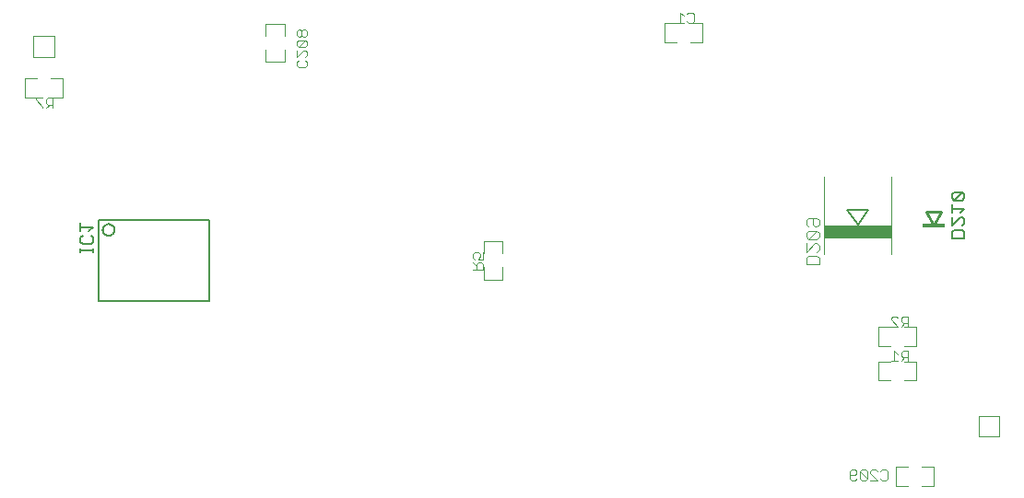
<source format=gbl>
G75*
G70*
%OFA0B0*%
%FSLAX24Y24*%
%IPPOS*%
%LPD*%
%AMOC8*
5,1,8,0,0,1.08239X$1,22.5*
%
%ADD10C,0.0030*%
%ADD11C,0.0100*%
%ADD12R,0.0827X0.0118*%
%ADD13C,0.0050*%
%ADD14C,0.0040*%
%ADD15C,0.0080*%
%ADD16R,0.2441X0.0492*%
%ADD17C,0.0020*%
%ADD18C,0.0060*%
D10*
X019992Y009339D02*
X020363Y009339D01*
X020363Y009524D01*
X020301Y009586D01*
X020177Y009586D01*
X020116Y009524D01*
X020116Y009339D01*
X020116Y009463D02*
X019992Y009586D01*
X020054Y009708D02*
X019992Y009769D01*
X019992Y009893D01*
X020054Y009954D01*
X020177Y009954D01*
X020239Y009893D01*
X020239Y009831D01*
X020177Y009708D01*
X020363Y009708D01*
X020363Y009954D01*
X020378Y009917D02*
X020378Y010355D01*
X021065Y010355D01*
X021065Y009917D01*
X021065Y009417D02*
X021065Y008980D01*
X020378Y008980D01*
X020378Y009417D01*
X034659Y007261D02*
X034659Y006573D01*
X035097Y006573D01*
X035234Y006397D02*
X035234Y006027D01*
X035357Y006027D02*
X035110Y006027D01*
X035097Y006011D02*
X034659Y006011D01*
X034659Y005323D01*
X035097Y005323D01*
X035597Y005323D02*
X036034Y005323D01*
X036034Y006011D01*
X035597Y006011D01*
X035479Y006027D02*
X035602Y006150D01*
X035540Y006150D02*
X035725Y006150D01*
X035725Y006027D02*
X035725Y006397D01*
X035540Y006397D01*
X035479Y006335D01*
X035479Y006212D01*
X035540Y006150D01*
X035357Y006273D02*
X035234Y006397D01*
X035597Y006573D02*
X036034Y006573D01*
X036034Y007261D01*
X035597Y007261D01*
X035479Y007277D02*
X035602Y007400D01*
X035540Y007400D02*
X035725Y007400D01*
X035725Y007277D02*
X035725Y007647D01*
X035540Y007647D01*
X035479Y007585D01*
X035479Y007462D01*
X035540Y007400D01*
X035357Y007277D02*
X035110Y007277D01*
X035097Y007261D02*
X034659Y007261D01*
X035110Y007524D02*
X035110Y007585D01*
X035172Y007647D01*
X035295Y007647D01*
X035357Y007585D01*
X035110Y007524D02*
X035357Y007277D01*
X035284Y002198D02*
X035284Y001511D01*
X035722Y001511D01*
X036222Y001511D02*
X036659Y001511D01*
X036659Y002198D01*
X036222Y002198D01*
X035722Y002198D02*
X035284Y002198D01*
X034975Y002023D02*
X034975Y001776D01*
X034914Y001714D01*
X034790Y001714D01*
X034729Y001776D01*
X034607Y001714D02*
X034360Y001714D01*
X034239Y001776D02*
X034177Y001714D01*
X034054Y001714D01*
X033992Y001776D01*
X033992Y002023D01*
X034239Y001776D01*
X034239Y002023D01*
X034177Y002084D01*
X034054Y002084D01*
X033992Y002023D01*
X033870Y002023D02*
X033870Y001961D01*
X033809Y001899D01*
X033624Y001899D01*
X033624Y001776D02*
X033624Y002023D01*
X033685Y002084D01*
X033809Y002084D01*
X033870Y002023D01*
X033870Y001776D02*
X033809Y001714D01*
X033685Y001714D01*
X033624Y001776D01*
X034360Y001961D02*
X034360Y002023D01*
X034422Y002084D01*
X034545Y002084D01*
X034607Y002023D01*
X034729Y002023D02*
X034790Y002084D01*
X034914Y002084D01*
X034975Y002023D01*
X034607Y001714D02*
X034360Y001961D01*
X005159Y015573D02*
X005159Y016261D01*
X004722Y016261D01*
X004222Y016261D02*
X003784Y016261D01*
X003784Y015573D01*
X004222Y015573D01*
X004184Y015558D02*
X004184Y015496D01*
X004431Y015249D01*
X004431Y015188D01*
X004553Y015188D02*
X004676Y015311D01*
X004614Y015311D02*
X004800Y015311D01*
X004800Y015188D02*
X004800Y015558D01*
X004614Y015558D01*
X004553Y015496D01*
X004553Y015373D01*
X004614Y015311D01*
X004722Y015573D02*
X005159Y015573D01*
X004431Y015558D02*
X004184Y015558D01*
X012503Y016855D02*
X013190Y016855D01*
X013190Y017292D01*
X013617Y017280D02*
X013617Y017033D01*
X013864Y017280D01*
X013926Y017280D01*
X013988Y017219D01*
X013988Y017095D01*
X013926Y017033D01*
X013926Y016912D02*
X013988Y016850D01*
X013988Y016727D01*
X013926Y016665D01*
X013679Y016665D01*
X013617Y016727D01*
X013617Y016850D01*
X013679Y016912D01*
X013679Y017402D02*
X013617Y017463D01*
X013617Y017587D01*
X013679Y017649D01*
X013926Y017649D01*
X013679Y017402D01*
X013926Y017402D01*
X013988Y017463D01*
X013988Y017587D01*
X013926Y017649D01*
X013926Y017770D02*
X013864Y017770D01*
X013802Y017832D01*
X013802Y017955D01*
X013741Y018017D01*
X013679Y018017D01*
X013617Y017955D01*
X013617Y017832D01*
X013679Y017770D01*
X013741Y017770D01*
X013802Y017832D01*
X013802Y017955D02*
X013864Y018017D01*
X013926Y018017D01*
X013988Y017955D01*
X013988Y017832D01*
X013926Y017770D01*
X013190Y017792D02*
X013190Y018230D01*
X012503Y018230D01*
X012503Y017792D01*
X012503Y017292D02*
X012503Y016855D01*
X026909Y017573D02*
X027347Y017573D01*
X026909Y017573D02*
X026909Y018261D01*
X027347Y018261D01*
X027360Y018277D02*
X027607Y018277D01*
X027484Y018277D02*
X027484Y018647D01*
X027607Y018524D01*
X027729Y018585D02*
X027790Y018647D01*
X027914Y018647D01*
X027975Y018585D01*
X027975Y018338D01*
X027914Y018277D01*
X027790Y018277D01*
X027729Y018338D01*
X027847Y018261D02*
X028284Y018261D01*
X028284Y017573D01*
X027847Y017573D01*
D11*
X036384Y011437D02*
X036659Y010945D01*
X036935Y011437D01*
X036384Y011437D01*
D12*
X036659Y010925D03*
D13*
X037312Y010926D02*
X037612Y011226D01*
X037687Y011226D01*
X037762Y011151D01*
X037762Y011001D01*
X037687Y010926D01*
X037687Y010766D02*
X037387Y010766D01*
X037312Y010690D01*
X037312Y010465D01*
X037762Y010465D01*
X037762Y010690D01*
X037687Y010766D01*
X037312Y010926D02*
X037312Y011226D01*
X037312Y011386D02*
X037312Y011686D01*
X037312Y011536D02*
X037762Y011536D01*
X037612Y011386D01*
X037687Y011846D02*
X037387Y011846D01*
X037687Y012147D01*
X037387Y012147D01*
X037312Y012072D01*
X037312Y011921D01*
X037387Y011846D01*
X037687Y011846D02*
X037762Y011921D01*
X037762Y012072D01*
X037687Y012147D01*
X006247Y010882D02*
X005797Y010882D01*
X005797Y010732D02*
X005797Y011032D01*
X006097Y010732D02*
X006247Y010882D01*
X006172Y010572D02*
X006247Y010497D01*
X006247Y010346D01*
X006172Y010271D01*
X005872Y010271D01*
X005797Y010346D01*
X005797Y010497D01*
X005872Y010572D01*
X005797Y010115D02*
X005797Y009964D01*
X005797Y010040D02*
X006247Y010040D01*
X006247Y010115D02*
X006247Y009964D01*
D14*
X032044Y009980D02*
X032351Y010287D01*
X032428Y010287D01*
X032505Y010210D01*
X032505Y010057D01*
X032428Y009980D01*
X032428Y009827D02*
X032505Y009750D01*
X032505Y009520D01*
X032044Y009520D01*
X032044Y009750D01*
X032121Y009827D01*
X032428Y009827D01*
X032687Y009890D02*
X032687Y012694D01*
X035132Y012694D02*
X035132Y009890D01*
X032505Y010517D02*
X032505Y010671D01*
X032428Y010748D01*
X032121Y010441D01*
X032044Y010517D01*
X032044Y010671D01*
X032121Y010748D01*
X032428Y010748D01*
X032428Y010901D02*
X032351Y010901D01*
X032274Y010978D01*
X032274Y011208D01*
X032121Y011208D02*
X032428Y011208D01*
X032505Y011131D01*
X032505Y010978D01*
X032428Y010901D01*
X032121Y010901D02*
X032044Y010978D01*
X032044Y011131D01*
X032121Y011208D01*
X032505Y010517D02*
X032428Y010441D01*
X032121Y010441D01*
X032044Y010287D02*
X032044Y009980D01*
D15*
X033909Y010965D02*
X033515Y011506D01*
X034303Y011506D01*
X033909Y010965D01*
D16*
X033909Y010711D03*
D17*
X038284Y004042D02*
X039034Y004042D01*
X039034Y003292D01*
X038284Y003292D01*
X038284Y004042D01*
X004847Y017042D02*
X004847Y017792D01*
X004097Y017792D01*
X004097Y017042D01*
X004847Y017042D01*
D18*
X006452Y011127D02*
X006452Y008207D01*
X010462Y008207D01*
X010462Y011127D01*
X006452Y011127D01*
X006602Y010777D02*
X006604Y010806D01*
X006610Y010834D01*
X006619Y010861D01*
X006633Y010886D01*
X006649Y010910D01*
X006669Y010930D01*
X006691Y010949D01*
X006715Y010963D01*
X006742Y010975D01*
X006769Y010983D01*
X006798Y010987D01*
X006826Y010987D01*
X006855Y010983D01*
X006882Y010975D01*
X006909Y010963D01*
X006933Y010949D01*
X006955Y010930D01*
X006975Y010910D01*
X006991Y010886D01*
X007005Y010861D01*
X007014Y010834D01*
X007020Y010806D01*
X007022Y010777D01*
X007020Y010748D01*
X007014Y010720D01*
X007005Y010693D01*
X006991Y010668D01*
X006975Y010644D01*
X006955Y010624D01*
X006933Y010605D01*
X006909Y010591D01*
X006882Y010579D01*
X006855Y010571D01*
X006826Y010567D01*
X006798Y010567D01*
X006769Y010571D01*
X006742Y010579D01*
X006715Y010591D01*
X006691Y010605D01*
X006669Y010624D01*
X006649Y010644D01*
X006633Y010668D01*
X006619Y010693D01*
X006610Y010720D01*
X006604Y010748D01*
X006602Y010777D01*
M02*

</source>
